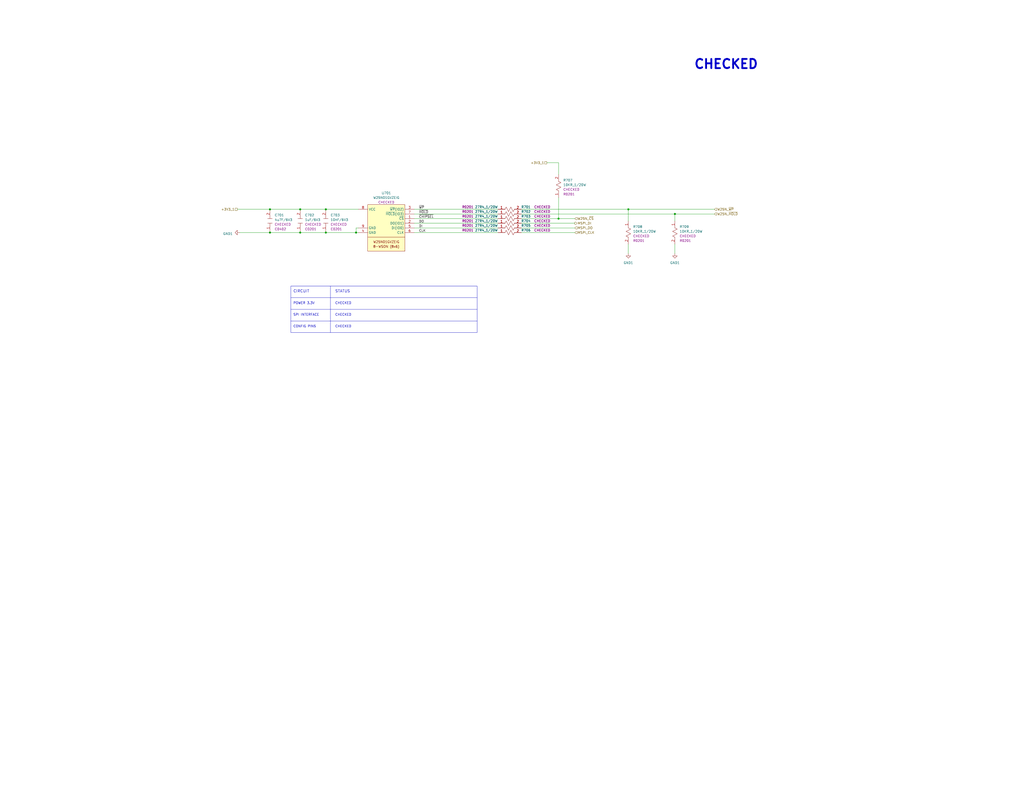
<source format=kicad_sch>
(kicad_sch (version 20230121) (generator eeschema)
  (paper "C")
  (title_block (title "SparkleSplashy") (date "2023-04-25") (rev "01") (company "Siavash Taher Parvar") (comment 1 "Siavash Taher Parvar") (comment 2 "Siavash Taher Parvar") (comment 3 "Siavash Taher Parvar") (comment 4 "_BOM_SpSp_V1.xlsx") (comment 5 "_ASM_SpSp_V1.html") (comment 6 "_GERBER_JLCPCB042023.zip") (comment 8 "No Variant") (comment 9 "N/A"))
  (lib_symbols
    (symbol "_SCHLIB_SparkleSplashy:CAP_10nF/6V3"
      (property "Reference" "C" (at 2.54 3.81 0))
      (property "Value" "10nF{slash}6V3" (at 6.35 6.35 0))
      (property "SCH CHECK" "CHECKED" (at 6.35 21.59 0))
      (property "Package" "C0201" (at 5.08 24.13 0))
      (symbol "CAP_10nF/6V3_0_0"
        (polyline (pts (xy 5.08 1.27) (xy 5.08 -1.27)))
        (polyline (pts (xy 7.62 1.27) (xy 7.62 -1.27)))
      )
      (symbol "CAP_10nF/6V3_1_1"
        (pin passive line (at 0 0 0) (length 5.08) (name "") (number "1"))
        (pin passive line (at 12.7 0 180) (length 5.08) (name "") (number "2"))
      )
    )
    (symbol "_SCHLIB_SparkleSplashy:CAP_1uF/6V3"
      (property "Reference" "C" (at 2.54 3.81 0))
      (property "Value" "1uF{slash}6V3" (at 6.35 6.35 0))
      (property "SCH CHECK" "CHECKED" (at 6.35 25.4 0))
      (property "Package" "C0201" (at 5.08 22.86 0))
      (symbol "CAP_1uF/6V3_0_0"
        (polyline (pts (xy 5.08 1.27) (xy 5.08 -1.27)))
        (polyline (pts (xy 7.62 1.27) (xy 7.62 -1.27)))
      )
      (symbol "CAP_1uF/6V3_1_1"
        (pin passive line (at 0 0 0) (length 5.08) (name "") (number "1"))
        (pin passive line (at 12.7 0 180) (length 5.08) (name "") (number "2"))
      )
    )
    (symbol "_SCHLIB_SparkleSplashy:CAP_4u7F/6V3"
      (property "Reference" "C" (at 2.54 5.08 0))
      (property "Value" "4u7F{slash}6V3" (at 6.35 7.62 0))
      (property "SCH CHECK" "CHECKED" (at 6.35 25.4 0))
      (property "Package" "C0402" (at 5.08 22.86 0))
      (symbol "CAP_4u7F/6V3_0_0"
        (polyline (pts (xy 5.08 1.27) (xy 5.08 -1.27)))
        (polyline (pts (xy 7.62 1.27) (xy 7.62 -1.27)))
      )
      (symbol "CAP_4u7F/6V3_1_1"
        (pin passive line (at 0 0 0) (length 5.08) (name "") (number "1"))
        (pin passive line (at 12.7 0 180) (length 5.08) (name "") (number "2"))
      )
    )
    (symbol "_SCHLIB_SparkleSplashy:FLASH_W25N01GVZEIG"
      (property "Reference" "U" (at 2.54 2.54 0))
      (property "Value" "W25N01GVZEIG" (at 2.54 5.08 0))
      (property "SCH CHECK" "CHECKED" (at 2.54 20.32 0))
      (symbol "FLASH_W25N01GVZEIG_0_0"
        (text "8-WSON (8x6)" (at 10.16 -22.86 0) (effects (font (size 1.27 1.27))))
        (text "W25N01GVZEIG" (at 10.16 -20.32 0) (effects (font (size 1.27 1.27))))
      )
      (symbol "FLASH_W25N01GVZEIG_0_1"
        (polyline (pts (xy 0 -17.78) (xy 20.32 -17.78)))
        (rectangle (start 0 0) (end 20.32 -25.4) (fill (type background)))
      )
      (symbol "FLASH_W25N01GVZEIG_1_1"
        (pin passive line (at 25.4 -7.62 180) (length 5.08) (name "~{CS}") (number "1"))
        (pin passive line (at 25.4 -10.16 180) (length 5.08) (name "DO(IO1)") (number "2"))
        (pin passive line (at 25.4 -2.54 180) (length 5.08) (name "~{WP}(IO2)") (number "3"))
        (pin passive line (at -5.08 -15.24 0) (length 5.08) (name "GND") (number "4"))
        (pin passive line (at 25.4 -12.7 180) (length 5.08) (name "DI(IO0)") (number "5"))
        (pin passive line (at 25.4 -15.24 180) (length 5.08) (name "CLK") (number "6"))
        (pin passive line (at 25.4 -5.08 180) (length 5.08) (name "~{HOLD}(IO3)") (number "7"))
        (pin passive line (at -5.08 -2.54 0) (length 5.08) (name "VCC") (number "8"))
        (pin passive line (at -5.08 -12.7 0) (length 5.08) (name "GND") (number "9"))
      )
    )
    (symbol "_SCHLIB_SparkleSplashy:RES_10KR_1/20W"
      (property "Reference" "R" (at 3.81 6.35 0))
      (property "Value" "10KR_1{slash}20W" (at 8.89 8.89 0))
      (property "SCH CHECK" "CHECKED" (at 7.62 24.13 0))
      (property "Package" "R0201" (at 6.35 26.67 0))
      (symbol "RES_10KR_1/20W_0_0"
        (polyline (pts (xy 3.81 0) (xy 4.445 1.27) (xy 5.715 -1.27) (xy 6.985 1.27) (xy 8.255 -1.27) (xy 8.89 0)))
      )
      (symbol "RES_10KR_1/20W_1_1"
        (pin passive line (at 0 0 0) (length 3.81) (name "") (number "1"))
        (pin passive line (at 12.7 0 180) (length 3.81) (name "") (number "2"))
      )
    )
    (symbol "_SCHLIB_SparkleSplashy:RES_27R4_1/20W"
      (property "Reference" "R" (at 3.81 3.81 0))
      (property "Value" "27R4_1{slash}20W" (at 8.89 6.35 0))
      (property "SCH CHECK" "CHECKED" (at 6.35 21.59 0))
      (property "Package" "R0201" (at 5.08 24.13 0))
      (symbol "RES_27R4_1/20W_0_0"
        (polyline (pts (xy 3.81 0) (xy 4.445 1.27) (xy 5.715 -1.27) (xy 6.985 1.27) (xy 8.255 -1.27) (xy 8.89 0)))
      )
      (symbol "RES_27R4_1/20W_1_1"
        (pin passive line (at 0 0 0) (length 3.81) (name "") (number "1"))
        (pin passive line (at 12.7 0 180) (length 3.81) (name "") (number "2"))
      )
    )
    (symbol "power:GND1" (power) (pin_names (offset 0))
      (property "Value" "GND1" (at 0 -3.81 0))
      (symbol "GND1_0_1"
        (polyline (pts (xy 0 0) (xy 0 -1.27) (xy 1.27 -1.27) (xy 0 -2.54) (xy -1.27 -1.27) (xy 0 -1.27)))
      )
      (symbol "GND1_1_1"
        (pin power_in line (at 0 0 270) (length 0) hide (name "GND1") (number "1"))
      )
    )
  )
  (junction (at 177.8 114.3))
  (junction (at 304.8 119.38))
  (junction (at 368.3 116.84))
  (junction (at 163.83 127))
  (junction (at 342.9 114.3))
  (junction (at 147.32 114.3))
  (junction (at 147.32 127))
  (junction (at 177.8 127))
  (junction (at 194.31 127))
  (junction (at 163.83 114.3))
  (wire (pts (xy 313.69 127) (xy 284.48 127)))
  (wire (pts (xy 342.9 114.3) (xy 389.89 114.3)))
  (polyline (pts (xy 158.75 162.56) (xy 260.35 162.56)))
  (wire (pts (xy 304.8 107.95) (xy 304.8 119.38)))
  (wire (pts (xy 368.3 116.84) (xy 389.89 116.84)))
  (wire (pts (xy 271.78 124.46) (xy 226.06 124.46)))
  (polyline (pts (xy 180.34 156.21) (xy 180.34 181.61)))
  (wire (pts (xy 298.45 88.9) (xy 304.8 88.9)))
  (wire (pts (xy 284.48 114.3) (xy 342.9 114.3)))
  (wire (pts (xy 284.48 119.38) (xy 304.8 119.38)))
  (wire (pts (xy 226.06 116.84) (xy 271.78 116.84)))
  (wire (pts (xy 177.8 127) (xy 194.31 127)))
  (wire (pts (xy 147.32 127) (xy 163.83 127)))
  (wire (pts (xy 130.81 127) (xy 147.32 127)))
  (wire (pts (xy 163.83 114.3) (xy 177.8 114.3)))
  (wire (pts (xy 194.31 127) (xy 195.58 127)))
  (wire (pts (xy 342.9 133.35) (xy 342.9 138.43)))
  (wire (pts (xy 313.69 121.92) (xy 284.48 121.92)))
  (wire (pts (xy 368.3 116.84) (xy 368.3 120.65)))
  (wire (pts (xy 342.9 114.3) (xy 342.9 120.65)))
  (wire (pts (xy 226.06 114.3) (xy 271.78 114.3)))
  (wire (pts (xy 271.78 127) (xy 226.06 127)))
  (wire (pts (xy 271.78 121.92) (xy 226.06 121.92)))
  (wire (pts (xy 147.32 114.3) (xy 163.83 114.3)))
  (wire (pts (xy 129.54 114.3) (xy 147.32 114.3)))
  (wire (pts (xy 284.48 116.84) (xy 368.3 116.84)))
  (polyline (pts (xy 158.75 175.26) (xy 260.35 175.26)))
  (wire (pts (xy 195.58 124.46) (xy 194.31 124.46)))
  (wire (pts (xy 194.31 124.46) (xy 194.31 127)))
  (wire (pts (xy 226.06 119.38) (xy 271.78 119.38)))
  (wire (pts (xy 304.8 119.38) (xy 313.69 119.38)))
  (wire (pts (xy 368.3 133.35) (xy 368.3 138.43)))
  (wire (pts (xy 313.69 124.46) (xy 284.48 124.46)))
  (wire (pts (xy 163.83 127) (xy 177.8 127)))
  (polyline (pts (xy 158.75 168.91) (xy 260.35 168.91)))
  (wire (pts (xy 177.8 114.3) (xy 195.58 114.3)))
  (wire (pts (xy 304.8 88.9) (xy 304.8 95.25)))
  (rectangle (start 158.75 156.21) (end 260.35 181.61))
  (text "CHECKED" (at 378.46 38.1 0) (effects (font (size 5 5) bold) (justify left bottom)))
  (text "CONFIG PINS" (at 160.02 179.07 0) (effects (font (size 1.27 1.27)) (justify left bottom)))
  (text "CIRCUIT" (at 160.02 160.02 0) (effects (font (size 1.5 1.5)) (justify left bottom)))
  (text "CHECKED" (at 182.88 166.37 0) (effects (font (size 1.27 1.27)) (justify left bottom)))
  (text "CHECKED" (at 182.88 179.07 0) (effects (font (size 1.27 1.27)) (justify left bottom)))
  (text "CHECKED" (at 182.88 172.72 0) (effects (font (size 1.27 1.27)) (justify left bottom)))
  (text "POWER 3.3V" (at 160.02 166.37 0) (effects (font (size 1.27 1.27)) (justify left bottom)))
  (text "STATUS" (at 182.88 160.02 0) (effects (font (size 1.5 1.5)) (justify left bottom)))
  (text "SPI INTERFACE" (at 160.02 172.72 0) (effects (font (size 1.27 1.27)) (justify left bottom)))
  (label "DO" (at 228.6 121.92 0))
  (label "CLK" (at 228.6 127 0))
  (label "DI" (at 228.6 124.46 0))
  (label "~{HOLD}" (at 228.6 116.84 0))
  (label "~{CHIPSEL}" (at 228.6 119.38 0))
  (label "~{WP}" (at 228.6 114.3 0))
  (hierarchical_label "W25N_~{HOLD}" (shape input) (at 389.89 116.84 0))
  (hierarchical_label "MSPI_CLK" (shape input) (at 313.69 127 0))
  (hierarchical_label "W25N_~{CS}" (shape input) (at 313.69 119.38 0))
  (hierarchical_label "+3V3_1" (shape passive) (at 129.54 114.3 180))
  (hierarchical_label "MSPI_DI" (shape output) (at 313.69 121.92 0))
  (hierarchical_label "+3V3_1" (shape passive) (at 298.45 88.9 180))
  (hierarchical_label "MSPI_DO" (shape input) (at 313.69 124.46 0))
  (hierarchical_label "W25N_~{WP}" (shape input) (at 389.89 114.3 0))
  (symbol (lib_id "_SCHLIB_SparkleSplashy:FLASH_W25N01GVZEIG") (at 200.66 111.76 0) (unit 1)
    (property "Reference" "U701" (at 210.82 105.41 0))
    (property "Value" "W25N01GVZEIG" (at 210.82 107.95 0))
    (property "Footprint" "_PCBLIB_SparkleSplashy:WSON-8-1EP_8x6mm_P1.27mm_EP3.4x4.3mm" (effects hide))
    (property "Datasheet" "https://www.winbond.com/resource-files/W25N01GV%20Rev%20O%20092619.pdf" (effects hide))
    (property "Description" "FLASH - NAND (SLC) Memory IC 1Gbit SPI - Quad I/O 104 MHz 7 ns 8-WSON (8x6)" (effects hide))
    (property "Part Number" "W25N01GVZEIG" (effects hide))
    (property "Link" "https://www.digikey.ca/en/products/detail/winbond-electronics/W25N01GVZEIG/15181734" (effects hide))
    (property "SCH CHECK" "CHECKED" (at 210.82 110.49 0))
  )
  (symbol (lib_id "_SCHLIB_SparkleSplashy:RES_27R4_1/20W") (at 271.78 114.3 0) (unit 1)
    (property "Reference" "R701" (at 287.02 113.03 0))
    (property "Value" "27R4_1/20W" (at 265.43 113.03 0))
    (property "Footprint" "Resistor_SMD:R_0201_0603Metric" (effects hide))
    (property "Datasheet" "https://www.yageo.com/upload/media/product/productsearch/datasheet/rchip/PYu-RC_Group_51_RoHS_L_12.pdf" (effects hide))
    (property "Description" "27.4 Ohms ±1% 0.05W, 1/20W Chip Resistor 0201 (0603 Metric) Moisture Resistant Thick Film" (effects hide))
    (property "Part Number" "RC0201FR-0727R4L" (effects hide))
    (property "Link" "https://www.digikey.ca/en/products/detail/yageo/RC0201FR-0727R4L/5280413" (effects hide))
    (property "SCH CHECK" "CHECKED" (at 295.91 113.03 0))
    (property "Package" "R0201" (at 255.27 113.03 0))
  )
  (symbol (lib_id "_SCHLIB_SparkleSplashy:CAP_1uF/6V3") (at 163.83 127 90) (unit 1)
    (property "Reference" "C702" (at 166.37 117.475 90) (effects (justify right)))
    (property "Value" "1uF/6V3" (at 166.37 120.015 90) (effects (justify right)))
    (property "Footprint" "Capacitor_SMD:C_0201_0603Metric" (effects hide))
    (property "Datasheet" "http://weblib.samsungsem.com/mlcc/mlcc-ec-data-sheet.do?partNumber=CL03A105MQ3CSN" (effects hide))
    (property "Description" "1 µF ±20% 6.3V Ceramic Capacitor X5R 0201 (0603 Metric)" (effects hide))
    (property "Part Number" "CL03A105MQ3CSNH" (effects hide))
    (property "Link" "https://www.digikey.ca/en/products/detail/samsung-electro-mechanics/CL03A105MQ3CSNH/3894097" (effects hide))
    (property "SCH CHECK" "CHECKED" (at 166.37 122.555 90) (effects (justify right)))
    (property "Package" "C0201" (at 166.37 125.095 90) (effects (justify right)))
  )
  (symbol (lib_id "_SCHLIB_SparkleSplashy:RES_27R4_1/20W") (at 271.78 119.38 0) (unit 1)
    (property "Reference" "R703" (at 287.02 118.11 0))
    (property "Value" "27R4_1/20W" (at 265.43 118.11 0))
    (property "Footprint" "Resistor_SMD:R_0201_0603Metric" (effects hide))
    (property "Datasheet" "https://www.yageo.com/upload/media/product/productsearch/datasheet/rchip/PYu-RC_Group_51_RoHS_L_12.pdf" (effects hide))
    (property "Description" "27.4 Ohms ±1% 0.05W, 1/20W Chip Resistor 0201 (0603 Metric) Moisture Resistant Thick Film" (effects hide))
    (property "Part Number" "RC0201FR-0727R4L" (effects hide))
    (property "Link" "https://www.digikey.ca/en/products/detail/yageo/RC0201FR-0727R4L/5280413" (effects hide))
    (property "SCH CHECK" "CHECKED" (at 295.91 118.11 0))
    (property "Package" "R0201" (at 255.27 118.11 0))
  )
  (symbol (lib_id "_SCHLIB_SparkleSplashy:CAP_10nF/6V3") (at 177.8 127 90) (unit 1)
    (property "Reference" "C703" (at 180.34 117.475 90) (effects (justify right)))
    (property "Value" "10nF/6V3" (at 180.34 120.015 90) (effects (justify right)))
    (property "Footprint" "Capacitor_SMD:C_0201_0603Metric" (effects hide))
    (property "Datasheet" "http://www.passivecomponent.com/wp-content/uploads/datasheet/WTC_MLCC_General_Purpose.pdf" (effects hide))
    (property "Description" "10000 pF ±10% 6.3V Ceramic Capacitor X7R 0201 (0603 Metric)" (effects hide))
    (property "Part Number" "0201B103K6R3CT" (effects hide))
    (property "Link" "https://www.digikey.ca/en/products/detail/walsin-technology-corporation/0201B103K6R3CT/9354618" (effects hide))
    (property "SCH CHECK" "CHECKED" (at 180.34 122.555 90) (effects (justify right)))
    (property "Package" "C0201" (at 180.34 125.095 90) (effects (justify right)))
  )
  (symbol (lib_id "_SCHLIB_SparkleSplashy:CAP_4u7F/6V3") (at 147.32 127 90) (unit 1)
    (property "Reference" "C701" (at 149.86 117.475 90) (effects (justify right)))
    (property "Value" "4u7F/6V3" (at 149.86 120.015 90) (effects (justify right)))
    (property "Footprint" "Capacitor_SMD:C_0402_1005Metric" (effects hide))
    (property "Datasheet" "https://media.digikey.com/pdf/Data%20Sheets/Samsung%20PDFs/CL05A475KQ5NRNC_Spec.pdf" (effects hide))
    (property "Description" "10 µF ±10% 16V Ceramic Capacitor X5R 0603 (1608 Metric)" (effects hide))
    (property "Part Number" "CL05A475KQ5NRNC" (effects hide))
    (property "Link" "https://www.digikey.ca/en/products/detail/samsung-electro-mechanics/CL05A475KQ5NRNC/3887139" (effects hide))
    (property "SCH CHECK" "CHECKED" (at 149.86 122.555 90) (effects (justify right)))
    (property "Package" "C0402" (at 149.86 125.095 90) (effects (justify right)))
    (property "DescriptionCL05A475KQ5NRNC" "4.7 µF ±10% 6.3V Ceramic Capacitor X5R 0402 (1005 Metric)" (effects hide))
  )
  (symbol (lib_id "_SCHLIB_SparkleSplashy:RES_27R4_1/20W") (at 271.78 116.84 0) (unit 1)
    (property "Reference" "R702" (at 287.02 115.57 0))
    (property "Value" "27R4_1/20W" (at 265.43 115.57 0))
    (property "Footprint" "Resistor_SMD:R_0201_0603Metric" (effects hide))
    (property "Datasheet" "https://www.yageo.com/upload/media/product/productsearch/datasheet/rchip/PYu-RC_Group_51_RoHS_L_12.pdf" (effects hide))
    (property "Description" "27.4 Ohms ±1% 0.05W, 1/20W Chip Resistor 0201 (0603 Metric) Moisture Resistant Thick Film" (effects hide))
    (property "Part Number" "RC0201FR-0727R4L" (effects hide))
    (property "Link" "https://www.digikey.ca/en/products/detail/yageo/RC0201FR-0727R4L/5280413" (effects hide))
    (property "SCH CHECK" "CHECKED" (at 295.91 115.57 0))
    (property "Package" "R0201" (at 255.27 115.57 0))
  )
  (symbol (lib_id "power:GND1") (at 130.81 127 270) (unit 1)
    (property "Reference" "#PWR0701" (effects hide))
    (property "Value" "GND1" (at 127 127.635 90) (effects (justify right)))
  )
  (symbol (lib_id "power:GND1") (at 368.3 138.43 0) (unit 1)
    (property "Reference" "#PWR0703" (effects hide))
    (property "Value" "GND1" (at 368.3 143.51 0))
  )
  (symbol (lib_id "_SCHLIB_SparkleSplashy:RES_10KR_1/20W") (at 342.9 120.65 270) (unit 1)
    (property "Reference" "R708" (at 345.44 123.825 90) (effects (justify left)))
    (property "Value" "10KR_1/20W" (at 345.44 126.365 90) (effects (justify left)))
    (property "Footprint" "Resistor_SMD:R_0201_0603Metric" (effects hide))
    (property "Datasheet" "https://www.seielect.com/Catalog/SEI-RMCF_RMCP.pdf" (effects hide))
    (property "Description" "10 kOhms ±1% 0.05W, 1/20W Chip Resistor 0201 (0603 Metric) Thick Film" (effects hide))
    (property "Part Number" "RMCF0201FT10K0" (effects hide))
    (property "Link" "https://www.digikey.ca/en/products/detail/stackpole-electronics-inc/RMCF0201FT10K0/1714990" (effects hide))
    (property "SCH CHECK" "CHECKED" (at 345.44 128.905 90) (effects (justify left)))
    (property "Package" "R0201" (at 345.44 131.445 90) (effects (justify left)))
  )
  (symbol (lib_id "_SCHLIB_SparkleSplashy:RES_27R4_1/20W") (at 271.78 124.46 0) (unit 1)
    (property "Reference" "R705" (at 287.02 123.19 0))
    (property "Value" "27R4_1/20W" (at 265.43 123.19 0))
    (property "Footprint" "Resistor_SMD:R_0201_0603Metric" (effects hide))
    (property "Datasheet" "https://www.yageo.com/upload/media/product/productsearch/datasheet/rchip/PYu-RC_Group_51_RoHS_L_12.pdf" (effects hide))
    (property "Description" "27.4 Ohms ±1% 0.05W, 1/20W Chip Resistor 0201 (0603 Metric) Moisture Resistant Thick Film" (effects hide))
    (property "Part Number" "RC0201FR-0727R4L" (effects hide))
    (property "Link" "https://www.digikey.ca/en/products/detail/yageo/RC0201FR-0727R4L/5280413" (effects hide))
    (property "SCH CHECK" "CHECKED" (at 295.91 123.19 0))
    (property "Package" "R0201" (at 255.27 123.19 0))
  )
  (symbol (lib_id "_SCHLIB_SparkleSplashy:RES_27R4_1/20W") (at 271.78 127 0) (unit 1)
    (property "Reference" "R706" (at 287.02 125.73 0))
    (property "Value" "27R4_1/20W" (at 265.43 125.73 0))
    (property "Footprint" "Resistor_SMD:R_0201_0603Metric" (effects hide))
    (property "Datasheet" "https://www.yageo.com/upload/media/product/productsearch/datasheet/rchip/PYu-RC_Group_51_RoHS_L_12.pdf" (effects hide))
    (property "Description" "27.4 Ohms ±1% 0.05W, 1/20W Chip Resistor 0201 (0603 Metric) Moisture Resistant Thick Film" (effects hide))
    (property "Part Number" "RC0201FR-0727R4L" (effects hide))
    (property "Link" "https://www.digikey.ca/en/products/detail/yageo/RC0201FR-0727R4L/5280413" (effects hide))
    (property "SCH CHECK" "CHECKED" (at 295.91 125.73 0))
    (property "Package" "R0201" (at 255.27 125.73 0))
  )
  (symbol (lib_id "power:GND1") (at 342.9 138.43 0) (unit 1)
    (property "Reference" "#PWR0702" (effects hide))
    (property "Value" "GND1" (at 342.9 143.51 0))
  )
  (symbol (lib_id "_SCHLIB_SparkleSplashy:RES_27R4_1/20W") (at 271.78 121.92 0) (unit 1)
    (property "Reference" "R704" (at 287.02 120.65 0))
    (property "Value" "27R4_1/20W" (at 265.43 120.65 0))
    (property "Footprint" "Resistor_SMD:R_0201_0603Metric" (effects hide))
    (property "Datasheet" "https://www.yageo.com/upload/media/product/productsearch/datasheet/rchip/PYu-RC_Group_51_RoHS_L_12.pdf" (effects hide))
    (property "Description" "27.4 Ohms ±1% 0.05W, 1/20W Chip Resistor 0201 (0603 Metric) Moisture Resistant Thick Film" (effects hide))
    (property "Part Number" "RC0201FR-0727R4L" (effects hide))
    (property "Link" "https://www.digikey.ca/en/products/detail/yageo/RC0201FR-0727R4L/5280413" (effects hide))
    (property "SCH CHECK" "CHECKED" (at 295.91 120.65 0))
    (property "Package" "R0201" (at 255.27 120.65 0))
  )
  (symbol (lib_id "_SCHLIB_SparkleSplashy:RES_10KR_1/20W") (at 304.8 107.95 90) (unit 1)
    (property "Reference" "R707" (at 307.34 98.425 90) (effects (justify right)))
    (property "Value" "10KR_1/20W" (at 307.34 100.965 90) (effects (justify right)))
    (property "Footprint" "Resistor_SMD:R_0201_0603Metric" (effects hide))
    (property "Datasheet" "https://www.seielect.com/Catalog/SEI-RMCF_RMCP.pdf" (effects hide))
    (property "Description" "10 kOhms ±1% 0.05W, 1/20W Chip Resistor 0201 (0603 Metric) Thick Film" (effects hide))
    (property "Part Number" "RMCF0201FT10K0" (effects hide))
    (property "Link" "https://www.digikey.ca/en/products/detail/stackpole-electronics-inc/RMCF0201FT10K0/1714990" (effects hide))
    (property "SCH CHECK" "CHECKED" (at 307.34 103.505 90) (effects (justify right)))
    (property "Package" "R0201" (at 307.34 106.045 90) (effects (justify right)))
  )
  (symbol (lib_id "_SCHLIB_SparkleSplashy:RES_10KR_1/20W") (at 368.3 120.65 270) (unit 1)
    (property "Reference" "R709" (at 370.84 123.825 90) (effects (justify left)))
    (property "Value" "10KR_1/20W" (at 370.84 126.365 90) (effects (justify left)))
    (property "Footprint" "Resistor_SMD:R_0201_0603Metric" (effects hide))
    (property "Datasheet" "https://www.seielect.com/Catalog/SEI-RMCF_RMCP.pdf" (effects hide))
    (property "Description" "10 kOhms ±1% 0.05W, 1/20W Chip Resistor 0201 (0603 Metric) Thick Film" (effects hide))
    (property "Part Number" "RMCF0201FT10K0" (effects hide))
    (property "Link" "https://www.digikey.ca/en/products/detail/stackpole-electronics-inc/RMCF0201FT10K0/1714990" (effects hide))
    (property "SCH CHECK" "CHECKED" (at 370.84 128.905 90) (effects (justify left)))
    (property "Package" "R0201" (at 370.84 131.445 90) (effects (justify left)))
  )
)
</source>
